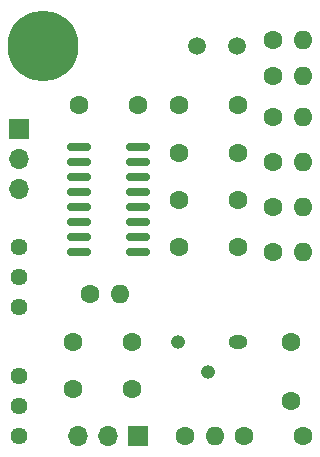
<source format=gbs>
G04 Layer: BottomSolderMaskLayer*
G04 EasyEDA Pro v2.2.27.1, 2024-09-15 10:59:50*
G04 Gerber Generator version 0.3*
G04 Scale: 100 percent, Rotated: No, Reflected: No*
G04 Dimensions in millimeters*
G04 Leading zeros omitted, absolute positions, 3 integers and 5 decimals*
%TF.GenerationSoftware,KiCad,Pcbnew,8.0.5*%
%TF.CreationDate,2024-10-26T00:27:54+08:00*%
%TF.ProjectId,BISS0001_SOP-16_TH,42495353-3030-4303-915f-534f502d3136,rev?*%
%TF.SameCoordinates,Original*%
%TF.FileFunction,Soldermask,Bot*%
%TF.FilePolarity,Negative*%
%FSLAX46Y46*%
G04 Gerber Fmt 4.6, Leading zero omitted, Abs format (unit mm)*
G04 Created by KiCad (PCBNEW 8.0.5) date 2024-10-26 00:27:54*
%MOMM*%
%LPD*%
G01*
G04 APERTURE LIST*
G04 Aperture macros list*
%AMRoundRect*
0 Rectangle with rounded corners*
0 $1 Rounding radius*
0 $2 $3 $4 $5 $6 $7 $8 $9 X,Y pos of 4 corners*
0 Add a 4 corners polygon primitive as box body*
4,1,4,$2,$3,$4,$5,$6,$7,$8,$9,$2,$3,0*
0 Add four circle primitives for the rounded corners*
1,1,$1+$1,$2,$3*
1,1,$1+$1,$4,$5*
1,1,$1+$1,$6,$7*
1,1,$1+$1,$8,$9*
0 Add four rect primitives between the rounded corners*
20,1,$1+$1,$2,$3,$4,$5,0*
20,1,$1+$1,$4,$5,$6,$7,0*
20,1,$1+$1,$6,$7,$8,$9,0*
20,1,$1+$1,$8,$9,$2,$3,0*%
G04 Aperture macros list end*
%ADD10C,6.000000*%
%ADD11RoundRect,0.150000X-0.850000X-0.150000X0.850000X-0.150000X0.850000X0.150000X-0.850000X0.150000X0*%
%ADD12O,1.600000X1.200000*%
%ADD13O,1.200000X1.200000*%
%ADD14C,1.500000*%
%ADD15C,1.600000*%
%ADD16O,1.600000X1.600000*%
%ADD17C,1.440000*%
%ADD18R,1.700000X1.700000*%
%ADD19O,1.700000X1.700000*%
G04 APERTURE END LIST*
D10*
%TO.C,H2*%
X80000000Y-70000000D03*
%TD*%
D11*
%TO.C,U1*%
X83000000Y-87445000D03*
X83000000Y-86175000D03*
X83000000Y-84905000D03*
X83000000Y-83635000D03*
X83000000Y-82365000D03*
X83000000Y-81095000D03*
X83000000Y-79825000D03*
X83000000Y-78555000D03*
X88000000Y-78555000D03*
X88000000Y-79825000D03*
X88000000Y-81095000D03*
X88000000Y-82365000D03*
X88000000Y-83635000D03*
X88000000Y-84905000D03*
X88000000Y-86175000D03*
X88000000Y-87445000D03*
%TD*%
D12*
%TO.C,S1*%
X96500000Y-95000000D03*
D13*
X93960000Y-97540000D03*
X91420000Y-95000000D03*
%TD*%
D14*
%TO.C,R9*%
X93020000Y-70000000D03*
X96420000Y-70000000D03*
%TD*%
D15*
%TO.C,R8*%
X99500000Y-72500000D03*
D16*
X102040000Y-72500000D03*
%TD*%
D15*
%TO.C,R7*%
X99500000Y-87400000D03*
D16*
X102040000Y-87400000D03*
%TD*%
D15*
%TO.C,R6*%
X92000000Y-103000000D03*
D16*
X94540000Y-103000000D03*
%TD*%
D15*
%TO.C,R5*%
X84000000Y-91000000D03*
D16*
X86540000Y-91000000D03*
%TD*%
D15*
%TO.C,R4*%
X99500000Y-69500000D03*
D16*
X102040000Y-69500000D03*
%TD*%
%TO.C,R3*%
X102040000Y-83600000D03*
D15*
X99500000Y-83600000D03*
%TD*%
%TO.C,R2*%
X99500000Y-79800000D03*
D16*
X102040000Y-79800000D03*
%TD*%
D15*
%TO.C,R1*%
X99500000Y-76000000D03*
D16*
X102040000Y-76000000D03*
%TD*%
D17*
%TO.C,PR2*%
X78000000Y-87000000D03*
X78000000Y-89540000D03*
X78000000Y-92080000D03*
%TD*%
%TO.C,PR1*%
X78000000Y-103000000D03*
X78000000Y-100460000D03*
X78000000Y-97920000D03*
%TD*%
D18*
%TO.C,H3*%
X78000000Y-77000000D03*
D19*
X78000000Y-79540000D03*
X78000000Y-82080000D03*
%TD*%
D18*
%TO.C,H1*%
X88000000Y-103000000D03*
D19*
X85460000Y-103000000D03*
X82920000Y-103000000D03*
%TD*%
D15*
%TO.C,C12*%
X91500000Y-87000000D03*
X96500000Y-87000000D03*
%TD*%
%TO.C,C11*%
X82500000Y-95000000D03*
X87500000Y-95000000D03*
%TD*%
%TO.C,C10*%
X102000000Y-103000000D03*
X97000000Y-103000000D03*
%TD*%
%TO.C,C9*%
X88000000Y-75000000D03*
X83000000Y-75000000D03*
%TD*%
%TO.C,C6*%
X82500000Y-99000000D03*
X87500000Y-99000000D03*
%TD*%
%TO.C,C5*%
X101000000Y-100000000D03*
X101000000Y-95000000D03*
%TD*%
%TO.C,C3*%
X91500000Y-83000000D03*
X96500000Y-83000000D03*
%TD*%
%TO.C,C2*%
X91500000Y-79000000D03*
X96500000Y-79000000D03*
%TD*%
%TO.C,C1*%
X91500000Y-75000000D03*
X96500000Y-75000000D03*
%TD*%
M02*

</source>
